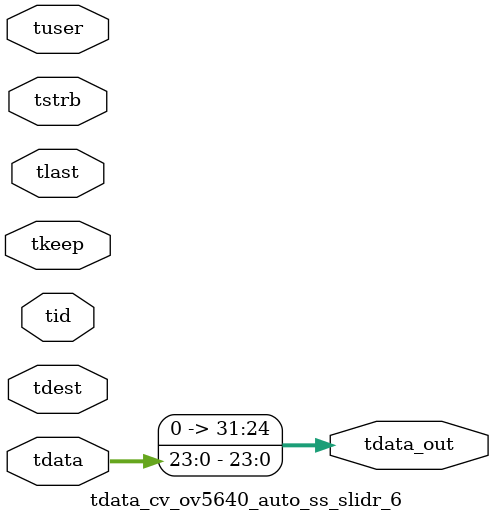
<source format=v>


`timescale 1ps/1ps

module tdata_cv_ov5640_auto_ss_slidr_6 #
(
parameter C_S_AXIS_TDATA_WIDTH = 32,
parameter C_S_AXIS_TUSER_WIDTH = 0,
parameter C_S_AXIS_TID_WIDTH   = 0,
parameter C_S_AXIS_TDEST_WIDTH = 0,
parameter C_M_AXIS_TDATA_WIDTH = 32
)
(
input  [(C_S_AXIS_TDATA_WIDTH == 0 ? 1 : C_S_AXIS_TDATA_WIDTH)-1:0     ] tdata,
input  [(C_S_AXIS_TUSER_WIDTH == 0 ? 1 : C_S_AXIS_TUSER_WIDTH)-1:0     ] tuser,
input  [(C_S_AXIS_TID_WIDTH   == 0 ? 1 : C_S_AXIS_TID_WIDTH)-1:0       ] tid,
input  [(C_S_AXIS_TDEST_WIDTH == 0 ? 1 : C_S_AXIS_TDEST_WIDTH)-1:0     ] tdest,
input  [(C_S_AXIS_TDATA_WIDTH/8)-1:0 ] tkeep,
input  [(C_S_AXIS_TDATA_WIDTH/8)-1:0 ] tstrb,
input                                                                    tlast,
output [C_M_AXIS_TDATA_WIDTH-1:0] tdata_out
);

assign tdata_out = {tdata[23:0]};

endmodule


</source>
